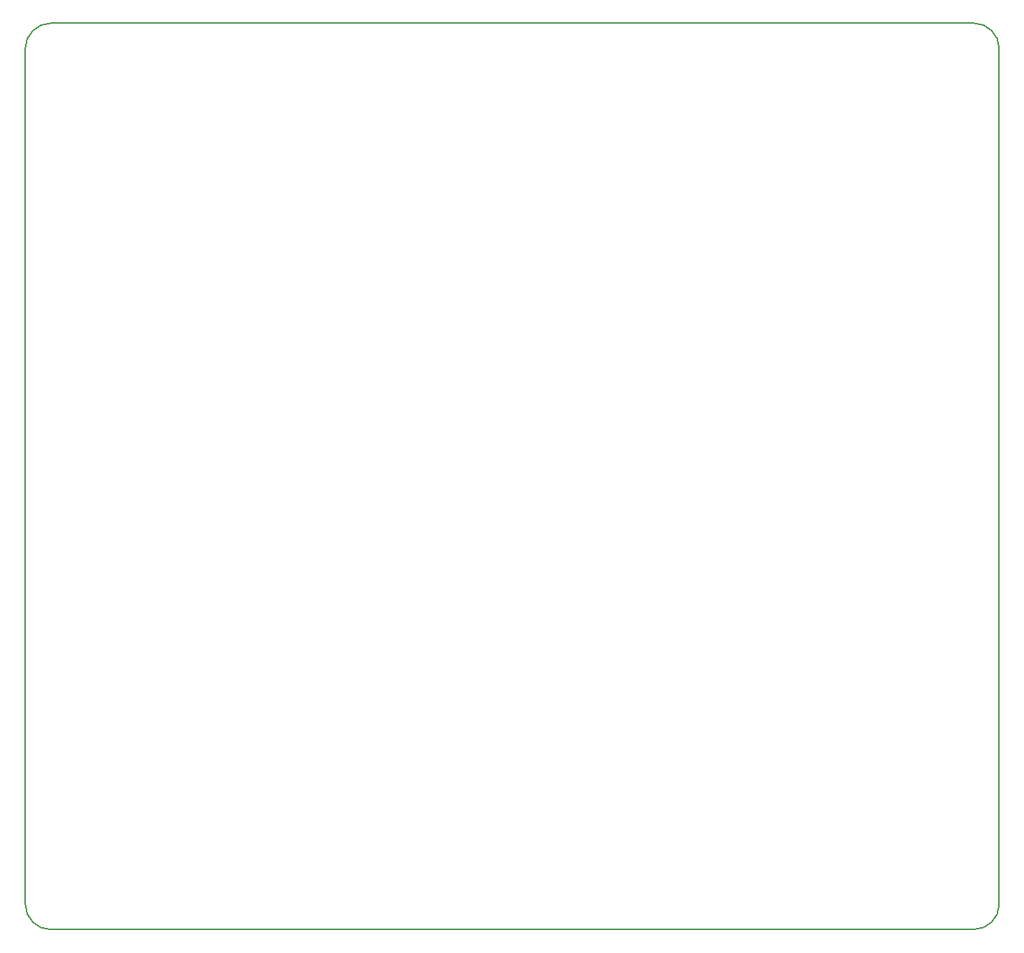
<source format=gbr>
%TF.GenerationSoftware,KiCad,Pcbnew,9.0.1*%
%TF.CreationDate,2025-05-18T15:09:49+03:00*%
%TF.ProjectId,gnss_motherboard,676e7373-5f6d-46f7-9468-6572626f6172,rev?*%
%TF.SameCoordinates,Original*%
%TF.FileFunction,Profile,NP*%
%FSLAX46Y46*%
G04 Gerber Fmt 4.6, Leading zero omitted, Abs format (unit mm)*
G04 Created by KiCad (PCBNEW 9.0.1) date 2025-05-18 15:09:49*
%MOMM*%
%LPD*%
G01*
G04 APERTURE LIST*
%TA.AperFunction,Profile*%
%ADD10C,0.200000*%
%TD*%
G04 APERTURE END LIST*
D10*
X200250000Y-136750000D02*
G75*
G02*
X197250000Y-139750000I-3000000J0D01*
G01*
X197250000Y-32750000D02*
G75*
G02*
X200250000Y-35750000I0J-3000000D01*
G01*
X85250000Y-35750000D02*
G75*
G02*
X88250000Y-32750000I3000000J0D01*
G01*
X197250000Y-32750000D02*
X88250000Y-32750000D01*
X88250000Y-139750000D02*
X197250000Y-139750000D01*
X200250000Y-136750000D02*
X200250000Y-35750000D01*
X88250000Y-139750000D02*
G75*
G02*
X85250000Y-136750000I0J3000000D01*
G01*
X85250000Y-35750000D02*
X85250000Y-136750000D01*
M02*

</source>
